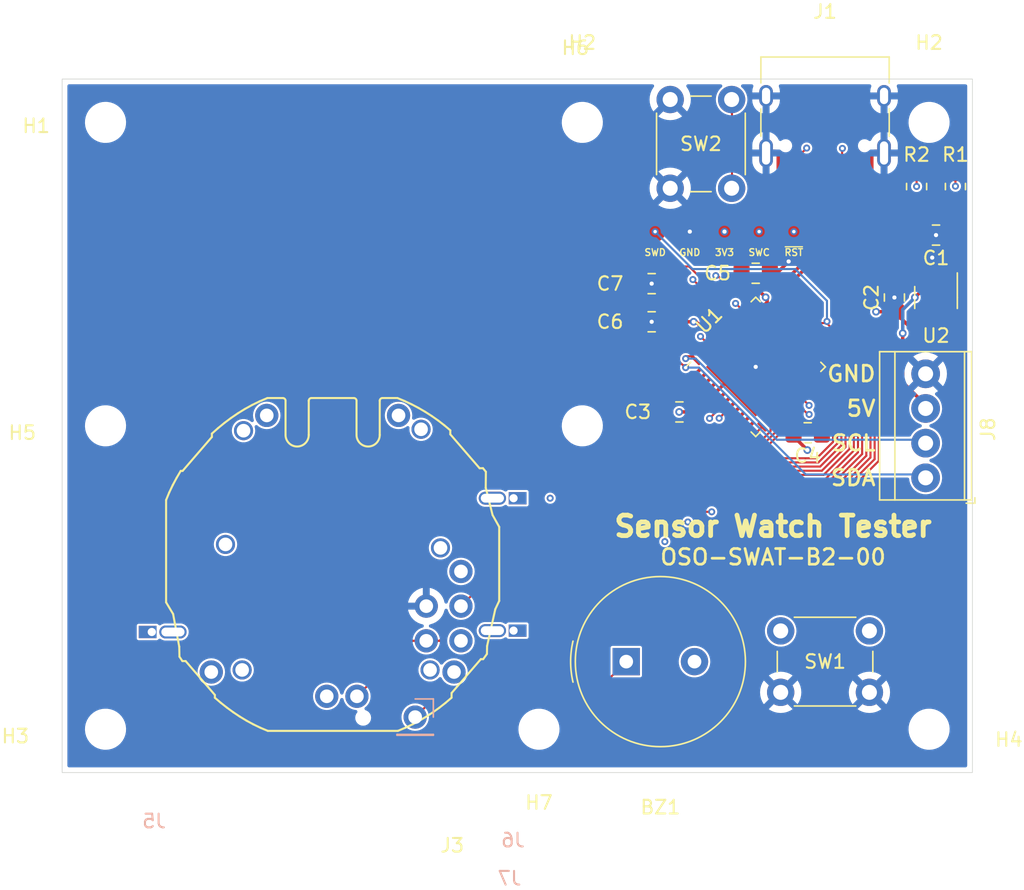
<source format=kicad_pcb>
(kicad_pcb (version 20211014) (generator pcbnew)
  (layers (0 "F.Cu" signal) (1 "In1.Cu" signal) (2 "In2.Cu" signal) (31 "B.Cu" signal) (34 "B.Paste" user) (35 "F.Paste" user) (36 "B.SilkS" user "B.Silkscreen") (37 "F.SilkS" user "F.Silkscreen") (38 "B.Mask" user) (39 "F.Mask" user) (44 "Edge.Cuts" user))
  (net 0 "")
  (net 1 "GND")
  (net 2 "/~{RESET}")
  (net 3 "/WATCH_SWDIO")
  (net 4 "/WATCH_SWCLK")
  (net 5 "/SEG23")
  (net 6 "/SEG22")
  (net 7 "/SEG21")
  (net 8 "/SEG20")
  (net 9 "/SEG19")
  (net 10 "/SEG18")
  (net 11 "/COM0")
  (net 12 "/COM1")
  (net 13 "/COM2")
  (net 14 "/SEG17")
  (net 15 "/SEG16")
  (net 16 "/SEG15")
  (net 17 "/SEG14")
  (net 18 "/SEG13")
  (net 19 "/SEG12")
  (net 20 "/SEG11")
  (net 21 "/SEG10")
  (net 22 "/SEG9")
  (net 23 "/SEG8")
  (net 24 "/SEG7")
  (net 25 "/SEG6")
  (net 26 "/SEG5")
  (net 27 "/SEG4")
  (net 28 "/SEG3")
  (net 29 "/SEG2")
  (net 30 "/SEG1")
  (net 31 "/SEG0")
  (net 32 "/ALARM")
  (net 33 "/BUZZER")
  (net 34 "/LIGHT")
  (net 35 "/MODE")
  (net 36 "/~{WATCH_RESET}")
  (net 37 "/SDA")
  (net 38 "/SCL")
  (net 39 "/B1")
  (net 40 "/USB-")
  (net 41 "/USB+")
  (net 42 "+3.3V")
  (net 43 "VBUS")
  (net 45 "/CC1")
  (net 47 "/CC2")
  (net 49 "/VDDCORE")
  (net 50 "/WATCH_VBUS")
  (footprint "MountingHole:MountingHole_2.7mm_M2.5" (layer "F.Cu") (at 38.1 25.4)
    (fp_text reference "H6")
    (fp_text value "MountingHole")
  )
  (footprint "Package_TO_SOT_SMD:SOT-23-5" (layer "F.Cu") (at 64.008 16.002 -90)
    (fp_text reference "U2")
    (fp_text value "AP2112K-3.3")
  )
  (footprint "Capacitor_SMD:C_0805_2012Metric_Pad1.18x1.45mm_HandSolder" (layer "F.Cu") (at 45.212 24.384)
    (fp_text reference "C3")
    (fp_text value "1uF")
  )
  (footprint "Capacitor_SMD:C_0805_2012Metric_Pad1.18x1.45mm_HandSolder" (layer "F.Cu") (at 43.18 14.986)
    (fp_text reference "C7")
    (fp_text value "1uF")
  )
  (footprint "Button_Switch_THT:SW_PUSH_6mm" (layer "F.Cu") (at 44.5368 7.9998 90)
    (fp_text reference "SW2")
    (fp_text value "SW_Push")
  )
  (footprint "Connector_PinHeader_2.54mm:PinHeader_1x01_P2.54mm_Vertical" (layer "F.Cu") (at 14.986 24.638)
    (fp_text reference "J13" hide)
    (fp_text value "Conn_01x01_Male" hide)
  )
  (footprint "Connector_PinHeader_2.54mm:PinHeader_1x03_P2.54mm_Vertical" (layer "F.Cu") (at 29.21 41.148 180)
    (fp_text reference "J3")
    (fp_text value "Conn_01x03_Male")
  )
  (footprint "Connector_PinHeader_2.54mm:PinHeader_1x01_P2.54mm_Vertical" (layer "F.Cu") (at 21.59 45.212)
    (fp_text reference "J15" hide)
    (fp_text value "Conn_01x01_Male" hide)
  )
  (footprint "MountingHole:MountingHole_2.7mm_M2.5" (layer "F.Cu") (at 3.175 3.175)
    (fp_text reference "H1")
    (fp_text value "MountingHole")
  )
  (footprint "MountingHole:MountingHole_2.7mm_M2.5" (layer "F.Cu") (at 38.1 3.175)
    (fp_text reference "H2")
    (fp_text value "MountingHole")
  )
  (footprint "Capacitor_SMD:C_0805_2012Metric_Pad1.18x1.45mm_HandSolder" (layer "F.Cu") (at 43.18 17.78)
    (fp_text reference "C6")
    (fp_text value "1uF")
  )
  (footprint "Resistor_SMD:R_0805_2012Metric_Pad1.20x1.40mm_HandSolder" (layer "F.Cu") (at 65.4304 7.874 -90)
    (fp_text reference "R1")
    (fp_text value "5.1k")
  )
  (footprint "Buzzer_Beeper:Buzzer_TDK_PS1240P02BT_D12.2mm_H6.5mm" (layer "F.Cu") (at 41.317216 42.672)
    (fp_text reference "BZ1")
    (fp_text value "Buzzer")
  )
  (footprint "Connector_PinHeader_2.54mm:PinHeader_1x01_P2.54mm_Vertical" (layer "F.Cu") (at 10.922 43.434)
    (fp_text reference "J10" hide)
    (fp_text value "Conn_01x01_Male" hide)
  )
  (footprint "Connector_PinHeader_2.54mm:PinHeader_1x01_P2.54mm_Vertical" (layer "F.Cu") (at 24.638 24.638)
    (fp_text reference "J12" hide)
    (fp_text value "Conn_01x01_Male" hide)
  )
  (footprint "TerminalBlock_TE-Connectivity:TerminalBlock_TE_282834-4_1x04_P2.54mm_Horizontal" (layer "F.Cu") (at 63.246 29.21 90)
    (fp_text reference "J8")
    (fp_text value "Conn_01x04")
  )
  (footprint "Connector_PinHeader_2.54mm:PinHeader_1x01_P2.54mm_Vertical" (layer "F.Cu") (at 28.702 43.434)
    (fp_text reference "J11" hide)
    (fp_text value "Conn_01x01_Male" hide)
  )
  (footprint "Capacitor_SMD:C_0805_2012Metric_Pad1.18x1.45mm_HandSolder" (layer "F.Cu") (at 54.61 25.908 180)
    (fp_text reference "C4")
    (fp_text value "1uF")
  )
  (footprint "Connector_USB:USB_C_Receptacle_HRO_TYPE-C-31-M-12" (layer "F.Cu") (at 55.88 2.286 180)
    (fp_text reference "J1")
    (fp_text value "USB_C_Receptacle_USB2.0")
  )
  (footprint "Capacitor_SMD:C_0805_2012Metric_Pad1.18x1.45mm_HandSolder" (layer "F.Cu") (at 50.8 14.224 180)
    (fp_text reference "C5")
    (fp_text value "1uF")
  )
  (footprint "Connector_PinHeader_2.54mm:PinHeader_1x02_P2.54mm_Vertical" (layer "F.Cu") (at 26.67 41.148 180)
    (fp_text reference "J16" hide)
    (fp_text value "Conn_01x02_Male" hide)
  )
  (footprint "MountingHole:MountingHole_2.7mm_M2.5" (layer "F.Cu") (at 63.5 3.175)
    (fp_text reference "H2")
    (fp_text value "MountingHole")
  )
  (footprint "Connector_PinHeader_2.54mm:PinHeader_1x01_P2.54mm_Vertical" (layer "F.Cu") (at 19.3802 45.212)
    (fp_text reference "J14" hide)
    (fp_text value "Conn_01x01_Male" hide)
  )
  (footprint "Resistor_SMD:R_0805_2012Metric_Pad1.20x1.40mm_HandSolder" (layer "F.Cu") (at 62.5856 7.874 -90)
    (fp_text reference "R2")
    (fp_text value "5.1k")
  )
  (footprint "Button_Switch_THT:SW_PUSH_6mm" (layer "F.Cu") (at 59.13 44.922 180)
    (fp_text reference "SW1")
    (fp_text value "SW_Push")
  )
  (footprint "MountingHole:MountingHole_2.7mm_M2.5" (layer "F.Cu") (at 34.925 47.625)
    (fp_text reference "H7")
    (fp_text value "MountingHole")
  )
  (footprint "MountingHole:MountingHole_2.7mm_M2.5" (layer "F.Cu") (at 3.175 25.4)
    (fp_text reference "H5")
    (fp_text value "MountingHole")
  )
  (footprint "Package_DFN_QFN:QFN-48-1EP_7x7mm_P0.5mm_EP5.15x5.15mm" (layer "F.Cu") (at 50.8 21.082 45)
    (fp_text reference "U1")
    (fp_text value "ATSAMD21G18A-M")
  )
  (footprint "Capacitor_SMD:C_0805_2012Metric_Pad1.18x1.45mm_HandSolder" (layer "F.Cu") (at 60.96 16.002 -90)
    (fp_text reference "C2")
    (fp_text value "10uF")
  )
  (footprint "MountingHole:MountingHole_2.7mm_M2.5" (layer "F.Cu") (at 3.175 47.625)
    (fp_text reference "H3")
    (fp_text value "MountingHole")
  )
  (footprint "MountingHole:MountingHole_2.7mm_M2.5" (layer "F.Cu") (at 63.5 47.625)
    (fp_text reference "H4")
    (fp_text value "MountingHole")
  )
  (footprint "Capacitor_SMD:C_0805_2012Metric_Pad1.18x1.45mm_HandSolder" (layer "F.Cu") (at 64.008 11.43 180)
    (fp_text reference "C1")
    (fp_text value "10uF")
  )
  (footprint "OSO-SWD:OSO_SWD_Linear" (layer "F.Cu") (at 48.514 11.176)
    (fp_text reference "J9" hide)
    (fp_text value "OSO_SWD")
  )
  (footprint "FlexyPin:FlexyPin_1x01_P2.54mm" (layer "B.Cu") (at 33.063316 30.702085 180)
    (fp_text reference "J7")
    (fp_text value "Conn_01x01_Male")
  )
  (footprint "Connector_PinHeader_2.54mm:PinHeader_1x01_P2.54mm_Vertical" (layer "B.Cu") (at 25.8572 46.736 180)
    (fp_text reference "J4" hide)
    (fp_text value "Conn_01x01_Male" hide)
  )
  (footprint "FlexyPin:FlexyPin_1x01_P2.54mm" (layer "B.Cu") (at 33.063316 40.402085 180)
    (fp_text reference "J6")
    (fp_text value "Conn_01x01_Male")
  )
  (footprint "OSO-SWAT-A1-05:CASIO-F91W-LCD" (layer "B.Cu") (at 19.812 35.56 180)
    (fp_text reference "LCD1" hide)
    (fp_text value "CASIO_LCD")
  )
  (footprint "FlexyPin:FlexyPin_1x01_P2.54mm" (layer "B.Cu") (at 6.563316 40.502085)
    (fp_text reference "J5")
    (fp_text value "Conn_01x01_Male")
  )
  (gr_rect locked (start 0 0) (end 66.675 50.8) (layer "Edge.Cuts") (width 0.05) (fill none))
  (gr_text "SCL" (at 59.69 26.67) (layer "F.SilkS") (effects (font (size 1.15 1.15) (thickness 0.2)) (justify right)))
  (gr_text "5V" (at 59.69 24.13) (layer "F.SilkS") (effects (font (size 1.15 1.15) (thickness 0.2)) (justify right)))
  (gr_text "Sensor Watch Tester" (at 52.07 32.766) (layer "F.SilkS") (effects (font (size 1.5 1.5) (thickness 0.35))))
  (gr_text "SDA" (at 59.69 29.21) (layer "F.SilkS") (effects (font (size 1.15 1.15) (thickness 0.2)) (justify right)))
  (gr_text "OSO-SWAT-B2-00" (at 52.07 35.016) (layer "F.SilkS") (effects (font (size 1.15 1.15) (thickness 0.2))))
  (gr_text "GND" (at 59.69 21.59) (layer "F.SilkS") (effects (font (size 1.15 1.15) (thickness 0.2)) (justify right)))
  (segment (start 65.4304 8.874) (end 64.008 10.2964) (width 0.254) (layer "F.Cu") (net 1))
  (segment (start 52.0954 14.4819) (end 52.0954 16.604619) (width 0.25) (layer "F.Cu") (net 1))
  (segment (start 52.63 5.7162) (end 52.2224 5.3086) (width 0.3048) (layer "F.Cu") (net 1))
  (segment (start 42.1425 14.986) (end 43.18 14.986) (width 0.25) (layer "F.Cu") (net 1))
  (segment (start 64.008 14.8645) (end 64.008 13.3604) (width 0.25) (layer "F.Cu") (net 1))
  (segment (start 59.13 6.331) (end 59.13 5.6908) (width 0.3048) (layer "F.Cu") (net 1))
  (segment (start 55.6475 25.908) (end 55.272447 25.908) (width 0.254) (layer "F.Cu") (net 1))
  (segment (start 52.2224 5.3086) (end 51.6674 5.3086) (width 0.3048) (layer "F.Cu") (net 1))
  (segment (start 59.13 5.6908) (end 59.5122 5.3086) (width 0.3048) (layer "F.Cu") (net 1))
  (segment (start 45.1789 23.3796) (end 44.1745 24.384) (width 0.254) (layer "F.Cu") (net 1))
  (segment (start 42.1425 17.78) (end 43.18 17.78) (width 0.25) (layer "F.Cu") (net 1))
  (segment (start 50.8 20.728447) (end 50.8 21.082) (width 0.25) (layer "F.Cu") (net 1))
  (segment (start 51.6674 5.3086) (end 51.56 5.416) (width 0.3048) (layer "F.Cu") (net 1))
  (segment (start 47.441739 23.3796) (end 45.1789 23.3796) (width 0.254) (layer "F.Cu") (net 1))
  (segment (start 53.053903 23.689456) (end 50.8 21.435553) (width 0.254) (layer "F.Cu") (net 1))
  (segment (start 59.5122 5.3086) (end 60.0926 5.3086) (width 0.3048) (layer "F.Cu") (net 1))
  (segment (start 50.546 20.828) (end 50.546 18.154019) (width 0.25) (layer "F.Cu") (net 1))
  (segment (start 47.83899 22.982349) (end 47.441739 23.3796) (width 0.254) (layer "F.Cu") (net 1))
  (segment (start 51.8375 14.224) (end 52.3494 14.224) (width 0.25) (layer "F.Cu") (net 1))
  (segment (start 64.008 10.2964) (end 64.008 11.43) (width 0.254) (layer "F.Cu") (net 1))
  (segment (start 60.96 14.9645) (end 60.96 16.002) (width 0.3048) (layer "F.Cu") (net 1))
  (segment (start 60.0926 5.3086) (end 60.2 5.416) (width 0.3048) (layer "F.Cu") (net 1))
  (segment (start 49.739339 21.082) (end 47.83899 22.982349) (width 0.25) (layer "F.Cu") (net 1))
  (segment (start 48.546097 18.474544) (end 50.8 20.728447) (width 0.25) (layer "F.Cu") (net 1))
  (segment (start 52.0954 16.604619) (end 51.639689 17.06033) (width 0.25) (layer "F.Cu") (net 1))
  (segment (start 50.8 21.082) (end 50.546 20.828) (width 0.25) (layer "F.Cu") (net 1))
  (segment (start 62.5856 8.874) (end 64.008 10.2964) (width 0.254) (layer "F.Cu") (net 1))
  (segment (start 50.8 21.082) (end 49.739339 21.082) (width 0.25) (layer "F.Cu") (net 1))
  (segment (start 64.008 13.3604) (end 63.7286 13.081) (width 0.25) (layer "F.Cu") (net 1))
  (segment (start 65.0455 11.43) (end 64.008 11.43) (width 0.25) (layer "F.Cu") (net 1))
  (segment (start 50.546 18.154019) (end 51.639689 17.06033) (width 0.25) (layer "F.Cu") (net 1))
  (segment (start 52.3494 14.224) (end 53.213 13.3604) (width 0.25) (layer "F.Cu") (net 1))
  (segment (start 55.272447 25.908) (end 53.053903 23.689456) (width 0.254) (layer "F.Cu") (net 1))
  (segment (start 51.8375 14.224) (end 52.0954 14.4819) (width 0.25) (layer "F.Cu") (net 1))
  (segment (start 50.8 21.435553) (end 50.8 21.082) (width 0.254) (layer "F.Cu") (net 1))
  (segment (start 52.63 6.331) (end 52.63 5.7162) (width 0.3048) (layer "F.Cu") (net 1))
  (via (at 63.7286 13.081) (size 0.5588) (drill 0.3048) (layers "F.Cu" "B.Cu") (net 1))
  (via (at 50.8 21.082) (size 0.5588) (drill 0.3048) (layers "F.Cu" "B.Cu") (net 1))
  (via (at 53.213 13.3604) (size 0.5588) (drill 0.3048) (layers "F.Cu" "B.Cu") (net 1))
  (via (at 60.96 16.002) (size 0.5588) (drill 0.3048) (layers "F.Cu" "B.Cu") (net 1))
  (via (at 64.008 11.43) (size 0.5588) (drill 0.3048) (layers "F.Cu" "B.Cu") (net 1))
  (via (at 43.18 14.986) (size 0.5588) (drill 0.3048) (layers "F.Cu" "B.Cu") (net 1))
  (via (at 43.18 17.78) (size 0.5588) (drill 0.3048) (layers "F.Cu" "B.Cu") (net 1))
  (via (at 45.974 11.176) (size 0.5588) (drill 0.3048) (layers "F.Cu" "B.Cu") (net 1))
  (segment (start 49.0622 1.4998) (end 49.0622 7.9998) (width 0.1524) (layer "F.Cu") (net 2))
  (segment (start 49.253204 17.742124) (end 46.19744 14.68636) (width 0.1524) (layer "F.Cu") (net 2))
  (segment (start 49.253204 17.767437) (end 49.253204 17.742124) (width 0.1524) (layer "F.Cu") (net 2))
  (via (at 46.19744 14.68636) (size 0.508) (drill 0.254) (layers "F.Cu" "B.Cu") (net 2))
  (via (at 53.594 11.176) (size 0.508) (drill 0.254) (layers "F.Cu" "B.Cu") (net 2))
  (segment (start 28.9052 39.878) (end 29.845 39.878) (width 0.1524) (layer "F.Cu") (net 3))
  (segment (start 27.6352 41.148) (end 28.9052 39.878) (width 0.1524) (layer "F.Cu") (net 3))
  (segment (start 21.59 45.212) (end 25.654 41.148) (width 0.1524) (layer "F.Cu") (net 3))
  (segment (start 25.654 41.148) (end 26.67 41.148) (width 0.1524) (layer "F.Cu") (net 3))
  (segment (start 53.76101 22.982349) (end 53.786322 22.982349) (width 0.1524) (layer "F.Cu") (net 3))
  (segment (start 53.786322 22.982349) (end 54.708487 23.904514) (width 0.1524) (layer "F.Cu") (net 3))
  (segment (start 29.845 39.878) (end 37.28055 32.44245) (width 0.1524) (layer "F.Cu") (net 3))
  (segment (start 26.67 41.148) (end 27.6352 41.148) (width 0.1524) (layer "F.Cu") (net 3))
  (segment (start 37.28055 32.44245) (end 45.82825 32.44245) (width 0.1524) (layer "F.Cu") (net 3))
  (via (at 45.82825 32.44245) (size 0.508) (drill 0.254) (layers "F.Cu" "B.Cu") (net 3))
  (via (at 54.708487 23.904514) (size 0.508) (drill 0.254) (layers "F.Cu" "B.Cu") (net 3))
  (segment (start 36.118554 31.699446) (end 47.576994 31.699446) (width 0.1524) (layer "F.Cu") (net 4))
  (segment (start 29.21 38.608) (end 36.118554 31.699446) (width 0.1524) (layer "F.Cu") (net 4))
  (segment (start 54.635955 24.564402) (end 54.712744 24.564402) (width 0.1524) (layer "F.Cu") (net 4))
  (segment (start 53.407456 23.335903) (end 54.635955 24.564402) (width 0.1524) (layer "F.Cu") (net 4))
  (via (at 47.576994 31.699446) (size 0.508) (drill 0.254) (layers "F.Cu" "B.Cu") (net 4))
  (via (at 54.712744 24.564402) (size 0.508) (drill 0.254) (layers "F.Cu" "B.Cu") (net 4))
  (segment (start 33.411948 27.686) (end 36.854748 31.1288) (width 0.1524) (layer "F.Cu") (net 5))
  (segment (start 56.657615 31.1288) (end 59.8164 27.970015) (width 0.1524) (layer "F.Cu") (net 5))
  (segment (start 29.7942 27.686) (end 33.411948 27.686) (width 0.1524) (layer "F.Cu") (net 5))
  (segment (start 55.994996 17.874084) (end 52.947255 17.874084) (width 0.1524) (layer "F.Cu") (net 5))
  (segment (start 52.947255 17.874084) (end 52.700349 18.12099) (width 0.1524) (layer "F.Cu") (net 5))
  (segment (start 28.96 28.5202) (end 29.7942 27.686) (width 0.1524) (layer "F.Cu") (net 5))
  (segment (start 28.96 29.31) (end 28.96 28.5202) (width 0.1524) (layer "F.Cu") (net 5))
  (segment (start 59.8164 21.695488) (end 55.994996 17.874084) (width 0.1524) (layer "F.Cu") (net 5))
  (segment (start 56.020723 17.848357) (end 55.994996 17.874084) (width 0.1524) (layer "F.Cu") (net 5))
  (segment (start 56.020723 17.756717) (end 56.020723 17.848357) (width 0.1524) (layer "F.Cu") (net 5))
  (segment (start 36.854748 31.1288) (end 56.657615 31.1288) (width 0.1524) (layer "F.Cu") (net 5))
  (segment (start 59.8164 27.970015) (end 59.8164 21.695488) (width 0.1524) (layer "F.Cu") (net 5))
  (via (at 43.434 11.176) (size 0.508) (drill 0.254) (layers "F.Cu" "B.Cu") (net 5))
  (via (at 56.020723 17.756717) (size 0.508) (drill 0.254) (layers "F.Cu" "B.Cu") (net 5))
  (segment (start 46.175197 13.917197) (end 53.693597 13.917197) (width 0.1524) (layer "B.Cu") (net 5))
  (segment (start 53.693597 13.917197) (end 56.020723 16.244323) (width 0.1524) (layer "B.Cu") (net 5))
  (segment (start 43.434 11.176) (end 46.175197 13.917197) (width 0.1524) (layer "B.Cu") (net 5))
  (segment (start 56.020723 16.244323) (end 56.020723 17.756717) (width 0.1524) (layer "B.Cu") (net 5))
  (segment (start 59.5116 21.82174) (end 55.917497 18.227637) (width 0.1524) (layer "F.Cu") (net 6))
  (segment (start 59.5116 27.843763) (end 59.5116 21.82174) (width 0.1524) (layer "F.Cu") (net 6))
  (segment (start 56.531363 30.824) (end 59.5116 27.843763) (width 0.1524) (layer "F.Cu") (net 6))
  (segment (start 33.5382 27.3812) (end 36.981 30.824) (width 0.1524) (layer "F.Cu") (net 6))
  (segment (start 36.981 30.824) (end 56.531363 30.824) (width 0.1524) (layer "F.Cu") (net 6))
  (segment (start 53.30081 18.227637) (end 53.053903 18.474544) (width 0.1524) (layer "F.Cu") (net 6))
  (segment (start 28.254 29.31) (end 28.254 28.5404) (width 0.1524) (layer "F.Cu") (net 6))
  (segment (start 29.4132 27.3812) (end 33.5382 27.3812) (width 0.1524) (layer "F.Cu") (net 6))
  (segment (start 55.917497 18.227637) (end 53.30081 18.227637) (width 0.1524) (layer "F.Cu") (net 6))
  (segment (start 28.254 28.5404) (end 29.4132 27.3812) (width 0.1524) (layer "F.Cu") (net 6))
  (segment (start 59.2068 27.717511) (end 56.405111 30.5192) (width 0.1524) (layer "F.Cu") (net 7))
  (segment (start 55.839999 18.581191) (end 59.2068 21.947992) (width 0.1524) (layer "F.Cu") (net 7))
  (segment (start 56.405111 30.5192) (end 37.107252 30.5192) (width 0.1524) (layer "F.Cu") (net 7))
  (segment (start 37.107252 30.5192) (end 33.664452 27.0764) (width 0.1524) (layer "F.Cu") (net 7))
  (segment (start 28.9814 27.0764) (end 27.548 28.5098) (width 0.1524) (layer "F.Cu") (net 7))
  (segment (start 27.548 28.5098) (end 27.548 29.31) (width 0.1524) (layer "F.Cu") (net 7))
  (segment (start 53.407456 18.828097) (end 53.654362 18.581191) (width 0.1524) (layer "F.Cu") (net 7))
  (segment (start 53.654362 18.581191) (end 55.839999 18.581191) (width 0.1524) (layer "F.Cu") (net 7))
  (segment (start 59.2068 21.947992) (end 59.2068 27.717511) (width 0.1524) (layer "F.Cu") (net 7))
  (segment (start 33.664452 27.0764) (end 28.9814 27.0764) (width 0.1524) (layer "F.Cu") (net 7))
  (segment (start 37.233504 30.2144) (end 33.790704 26.7716) (width 0.1524) (layer "F.Cu") (net 8))
  (segment (start 28.56919 26.7716) (end 26.842 28.49879) (width 0.1524) (layer "F.Cu") (net 8))
  (segment (start 26.842 28.49879) (end 26.842 29.31) (width 0.1524) (layer "F.Cu") (net 8))
  (segment (start 58.902 22.074244) (end 58.902 27.591259) (width 0.1524) (layer "F.Cu") (net 8))
  (segment (start 54.045061 18.8976) (end 55.725356 18.8976) (width 0.1524) (layer "F.Cu") (net 8))
  (segment (start 58.902 27.591259) (end 56.278859 30.2144) (width 0.1524) (layer "F.Cu") (net 8))
  (segment (start 33.790704 26.7716) (end 28.56919 26.7716) (width 0.1524) (layer "F.Cu") (net 8))
  (segment (start 55.725356 18.8976) (end 58.902 22.074244) (width 0.1524) (layer "F.Cu") (net 8))
  (segment (start 53.76101 19.181651) (end 54.045061 18.8976) (width 0.1524) (layer "F.Cu") (net 8))
  (segment (start 56.278859 30.2144) (end 37.233504 30.2144) (width 0.1524) (layer "F.Cu") (net 8))
  (segment (start 56.152607 29.9096) (end 37.359756 29.9096) (width 0.1524) (layer "F.Cu") (net 9))
  (segment (start 54.371167 19.2786) (end 55.675304 19.2786) (width 0.1524) (layer "F.Cu") (net 9))
  (segment (start 55.675304 19.2786) (end 58.5972 22.200496) (width 0.1524) (layer "F.Cu") (net 9))
  (segment (start 26.136 28.6264) (end 26.136 29.31) (width 0.1524) (layer "F.Cu") (net 9))
  (segment (start 58.5972 27.465007) (end 56.152607 29.9096) (width 0.1524) (layer "F.Cu") (net 9))
  (segment (start 28.442938 26.4668) (end 26.664564 28.245174) (width 0.1524) (layer "F.Cu") (net 9))
  (segment (start 26.664564 28.245174) (end 26.517226 28.245174) (width 0.1524) (layer "F.Cu") (net 9))
  (segment (start 58.5972 22.200496) (end 58.5972 27.465007) (width 0.1524) (layer "F.Cu") (net 9))
  (segment (start 37.359756 29.9096) (end 33.916956 26.4668) (width 0.1524) (layer "F.Cu") (net 9))
  (segment (start 26.517226 28.245174) (end 26.136 28.6264) (width 0.1524) (layer "F.Cu") (net 9))
  (segment (start 33.916956 26.4668) (end 28.442938 26.4668) (width 0.1524) (layer "F.Cu") (net 9))
  (segment (start 54.114563 19.535204) (end 54.371167 19.2786) (width 0.1524) (layer "F.Cu") (net 9))
  (segment (start 55.549052 19.5834) (end 58.2924 22.326748) (width 0.1524) (layer "F.Cu") (net 10))
  (segment (start 58.2924 22.326748) (end 58.2924 27.338755) (width 0.1524) (layer "F.Cu") (net 10))
  (segment (start 26.022674 28.308674) (end 25.834326 28.308674) (width 0.1524) (layer "F.Cu") (net 10))
  (segment (start 56.026355 29.6048) (end 37.486008 29.6048) (width 0.1524) (layer "F.Cu") (net 10))
  (segment (start 28.316686 26.162) (end 26.538312 27.940374) (width 0.1524) (layer "F.Cu") (net 10))
  (segment (start 26.538312 27.940374) (end 26.390974 27.940374) (width 0.1524) (layer "F.Cu") (net 10))
  (segment (start 54.773473 19.5834) (end 55.549052 19.5834) (width 0.1524) (layer "F.Cu") (net 10))
  (segment (start 37.486008 29.6048) (end 34.043208 26.162) (width 0.1524) (layer "F.Cu") (net 10))
  (segment (start 58.2924 27.338755) (end 56.026355 29.6048) (width 0.1524) (layer "F.Cu") (net 10))
  (segment (start 26.390974 27.940374) (end 26.022674 28.308674) (width 0.1524) (layer "F.Cu") (net 10))
  (segment (start 34.043208 26.162) (end 28.316686 26.162) (width 0.1524) (layer "F.Cu") (net 10))
  (segment (start 54.468116 19.888757) (end 54.773473 19.5834) (width 0.1524) (layer "F.Cu") (net 10))
  (segment (start 25.43 28.713) (end 25.43 29.31) (width 0.1524) (layer "F.Cu") (net 10))
  (segment (start 25.834326 28.308674) (end 25.43 28.713) (width 0.1524) (layer "F.Cu") (net 10))
  (segment (start 25.708074 28.003874) (end 25.420874 28.291074) (width 0.1524) (layer "F.Cu") (net 11))
  (segment (start 55.530004 19.995404) (end 57.9876 22.453) (width 0.1524) (layer "F.Cu") (net 11))
  (segment (start 55.068577 19.995404) (end 55.530004 19.995404) (width 0.1524) (layer "F.Cu") (net 11))
  (segment (start 37.61226 29.3) (end 34.16946 25.8572) (width 0.1524) (layer "F.Cu") (net 11))
  (segment (start 57.9876 27.212503) (end 55.900103 29.3) (width 0.1524) (layer "F.Cu") (net 11))
  (segment (start 34.16946 25.8572) (end 28.190434 25.8572) (width 0.1524) (layer "F.Cu") (net 11))
  (segment (start 55.900103 29.3) (end 37.61226 29.3) (width 0.1524) (layer "F.Cu") (net 11))
  (segment (start 24.724 28.713) (end 24.724 29.31) (width 0.1524) (layer "F.Cu") (net 11))
  (segment (start 57.9876 22.453) (end 57.9876 27.212503) (width 0.1524) (layer "F.Cu") (net 11))
  (segment (start 26.41206 27.635574) (end 26.264722 27.635574) (width 0.1524) (layer "F.Cu") (net 11))
  (segment (start 25.145926 28.291074) (end 24.724 28.713) (width 0.1524) (layer "F.Cu") (net 11))
  (segment (start 25.420874 28.291074) (end 25.145926 28.291074) (width 0.1524) (layer "F.Cu") (net 11))
  (segment (start 54.82167 20.242311) (end 55.068577 19.995404) (width 0.1524) (layer "F.Cu") (net 11))
  (segment (start 28.190434 25.8572) (end 26.41206 27.635574) (width 0.1524) (layer "F.Cu") (net 11))
  (segment (start 25.896422 28.003874) (end 25.708074 28.003874) (width 0.1524) (layer "F.Cu") (net 11))
  (segment (start 26.264722 27.635574) (end 25.896422 28.003874) (width 0.1524) (layer "F.Cu") (net 11))
  (segment (start 25.559378 27.699074) (end 25.77017 27.699074) (width 0.1524) (layer "F.Cu") (net 12))
  (segment (start 25.019674 27.986274) (end 25.272178 27.986274) (width 0.1524) (layer "F.Cu") (net 12))
  (segment (start 26.13847 27.330774) (end 26.13847 27.329901) (width 0.1524) (layer "F.Cu") (net 12))
  (segment (start 24.018 28.713) (end 24.462726 28.268274) (width 0.1524) (layer "F.Cu") (net 12))
  (segment (start 26.13847 27.329901) (end 27.915971 25.5524) (width 0.1524) (layer "F.Cu") (net 12))
  (segment (start 57.6828 23.103441) (end 55.175223 20.595864) (width 0.1524) (layer "F.Cu") (net 12))
  (segment (start 25.272178 27.986274) (end 25.559378 27.699074) (width 0.1524) (layer "F.Cu") (net 12))
  (segment (start 57.6828 27.086251) (end 57.6828 23.103441) (width 0.1524) (layer "F.Cu") (net 12))
  (segment (start 25.77017 27.699074) (end 26.13847 27.330774) (width 0.1524) (layer "F.Cu") (net 12))
  (segment (start 37.738512 28.9952) (end 55.773851 28.9952) (width 0.1524) (layer "F.Cu") (net 12))
  (segment (start 34.295712 25.5524) (end 37.738512 28.9952) (width 0.1524) (layer "F.Cu") (net 12))
  (segment (start 24.737674 28.268274) (end 25.019674 27.986274) (width 0.1524) (layer "F.Cu") (net 12))
  (segment (start 24.018 29.31) (end 24.018 28.713) (width 0.1524) (layer "F.Cu") (net 12))
  (segment (start 55.773851 28.9952) (end 57.6828 27.086251) (width 0.1524) (layer "F.Cu") (net 12))
  (segment (start 24.462726 28.268274) (end 24.737674 28.268274) (width 0.1524) (layer "F.Cu") (net 12))
  (segment (start 27.915971 25.5524) (end 34.295712 25.5524) (width 0.1524) (layer "F.Cu") (net 12))
  (segment (start 24.191229 23.5594) (end 32.733764 23.5594) (width 0.1524) (layer "F.Cu") (net 13))
  (segment (start 23.312 29.31) (end 23.312 24.438629) (width 0.1524) (layer "F.Cu") (net 13))
  (segment (start 55.647599 28.6904) (end 57.378 26.959999) (width 0.1524) (layer "F.Cu") (net 13))
  (segment (start 23.312 24.438629) (end 24.191229 23.5594) (width 0.1524) (layer "F.Cu") (net 13))
  (segment (start 57.378 23.770913) (end 55.175223 21.568136) (width 0.1524) (layer "F.Cu") (net 13))
  (segment (start 57.378 26.959999) (end 57.378 23.770913) (width 0.1524) (layer "F.Cu") (net 13))
  (segment (start 32.733764 23.5594) (end 37.864764 28.6904) (width 0.1524) (layer "F.Cu") (net 13))
  (segment (start 37.864764 28.6904) (end 55.647599 28.6904) (width 0.1524) (layer "F.Cu") (net 13))
  (segment (start 54.82167 21.921689) (end 57.0732 24.173219) (width 0.1524) (layer "F.Cu") (net 14))
  (segment (start 32.860016 23.2546) (end 33.568208 23.962792) (width 0.1524) (layer "F.Cu") (net 14))
  (segment (start 37.991016 28.3856) (end 33.568208 23.962792) (width 0.1524) (layer "F.Cu") (net 14))
  (segment (start 22.606 29.31) (end 22.606 24.713577) (width 0.1524) (layer "F.Cu") (net 14))
  (segment (start 57.0732 24.173219) (end 57.0732 26.833747) (width 0.1524) (layer "F.Cu") (net 14))
  (segment (start 24.064977 23.2546) (end 32.860016 23.2546) (width 0.1524) (layer "F.Cu") (net 14))
  (segment (start 33.568208 23.962792) (end 32.911016 23.3056) (width 0.1524) (layer "F.Cu") (net 14))
  (segment (start 55.521347 28.3856) (end 37.991016 28.3856) (width 0.1524) (layer "F.Cu") (net 14))
  (segment (start 57.0732 26.833747) (end 55.521347 28.3856) (width 0.1524) (layer "F.Cu") (net 14))
  (segment (start 22.606 24.713577) (end 24.064977 23.2546) (width 0.1524) (layer "F.Cu") (net 14))
  (segment (start 55.395095 28.0808) (end 56.7684 26.707495) (width 0.1524) (layer "F.Cu") (net 15))
  (segment (start 21.9 24.988525) (end 23.938725 22.9498) (width 0.1524) (layer "F.Cu") (net 15))
  (segment (start 38.117268 28.0808) (end 55.395095 28.0808) (width 0.1524) (layer "F.Cu") (net 15))
  (segment (start 23.938725 22.9498) (end 32.986268 22.9498) (width 0.1524) (layer "F.Cu") (net 15))
  (segment (start 21.9 29.31) (end 21.9 24.988525) (width 0.1524) (layer "F.Cu") (net 15))
  (segment (start 56.7684 26.707495) (end 56.7684 24.575527) (width 0.1524) (layer "F.Cu") (net 15))
  (segment (start 32.986268 22.9498) (end 38.117268 28.0808) (width 0.1524) (layer "F.Cu") (net 15))
  (segment (start 56.7684 24.575527) (end 54.468116 22.275243) (width 0.1524) (layer "F.Cu") (net 15))
  (segment (start 21.194 25.263473) (end 23.812473 22.645) (width 0.1524) (layer "F.Cu") (net 16))
  (segment (start 56.4636 26.581243) (end 56.4636 24.977833) (width 0.1524) (layer "F.Cu") (net 16))
  (segment (start 23.812473 22.645) (end 33.11252 22.645) (width 0.1524) (layer "F.Cu") (net 16))
  (segment (start 55.268843 27.776) (end 56.4636 26.581243) (width 0.1524) (layer "F.Cu") (net 16))
  (segment (start 56.4636 24.977833) (end 54.114563 22.628796) (width 0.1524) (layer "F.Cu") (net 16))
  (segment (start 38.24352 27.776) (end 55.268843 27.776) (width 0.1524) (layer "F.Cu") (net 16))
  (segment (start 33.11252 22.645) (end 38.24352 27.776) (width 0.1524) (layer "F.Cu") (net 16))
  (segment (start 21.194 29.31) (end 21.194 25.263473) (width 0.1524) (layer "F.Cu") (net 16))
  (segment (start 37.509236 22.3402) (end 42.640236 27.4712) (width 0.1524) (layer "F.Cu") (net 17))
  (segment (start 20.488 29.31) (end 20.488 25.538421) (width 0.1524) (layer "F.Cu") (net 17))
  (segment (start 42.640236 27.4712) (end 51.076271 27.4712) (width 0.1524) (layer "F.Cu") (net 17))
  (segment (start 52.593703 25.953768) (end 52.593703 24.64347) (width 0.1524) (layer "F.Cu") (net 17))
  (segment (start 23.686221 22.3402) (end 37.509236 22.3402) (width 0.1524) (layer "F.Cu") (net 17))
  (segment (start 52.593703 24.64347) (end 52.346796 24.396563) (width 0.1524) (layer "F.Cu") (net 17))
  (segment (start 20.488 25.538421) (end 23.686221 22.3402) (width 0.1524) (layer "F.Cu") (net 17))
  (segment (start 51.076271 27.4712) (end 52.593703 25.953768) (width 0.1524) (layer "F.Cu") (net 17))
  (segment (start 50.950019 27.1664) (end 52.240149 25.87627) (width 0.1524) (layer "F.Cu") (net 18))
  (segment (start 42.766488 27.1664) (end 50.950019 27.1664) (width 0.1524) (layer "F.Cu") (net 18))
  (segment (start 19.782 26.986112) (end 20.1832 26.584912) (width 0.1524) (layer "F.Cu") (net 18))
  (segment (start 19.782 29.31) (end 19.782 26.986112) (width 0.1524) (layer "F.Cu") (net 18))
  (segment (start 20.1832 25.412169) (end 23.559969 22.0354) (width 0.1524) (layer "F.Cu") (net 18))
  (segment (start 52.240149 24.997022) (end 51.993243 24.750116) (width 0.1524) (layer "F.Cu") (net 18))
  (segment (start 37.635488 22.0354) (end 42.766488 27.1664) (width 0.1524) (layer "F.Cu") (net 18))
  (segment (start 20.1832 26.584912) (end 20.1832 25.412169) (width 0.1524) (layer "F.Cu") (net 18))
  (segment (start 23.559969 22.0354) (end 37.635488 22.0354) (width 0.1524) (layer "F.Cu") (net 18))
  (segment (start 52.240149 25.87627) (end 52.240149 24.997022) (width 0.1524) (layer "F.Cu") (net 18))
  (segment (start 37.76174 21.7306) (end 42.89274 26.8616) (width 0.1524) (layer "F.Cu") (net 19))
  (segment (start 51.886596 25.350577) (end 51.639689 25.10367) (width 0.1524) (layer "F.Cu") (net 19))
  (segment (start 42.89274 26.8616) (end 50.823767 26.8616) (width 0.1524) (layer "F.Cu") (net 19))
  (segment (start 50.823767 26.8616) (end 51.886596 25.798771) (width 0.1524) (layer "F.Cu") (net 19))
  (segment (start 19.076 29.31) (end 19.076 27.26106) (width 0.1524) (layer "F.Cu") (net 19))
  (segment (start 51.886596 25.798771) (end 51.886596 25.350577) (width 0.1524) (layer "F.Cu") (net 19))
  (segment (start 19.076 27.26106) (end 19.8784 26.45866) (width 0.1524) (layer "F.Cu") (net 19))
  (segment (start 19.8784 26.45866) (end 19.8784 25.285917) (width 0.1524) (layer "F.Cu") (net 19))
  (segment (start 23.433717 21.7306) (end 37.76174 21.7306) (width 0.1524) (layer "F.Cu") (net 19))
  (segment (start 19.8784 25.285917) (end 23.433717 21.7306) (width 0.1524) (layer "F.Cu") (net 19))
  (segment (start 18.37 29.31) (end 18.37 27.536008) (width 0.1524) (layer "F.Cu") (net 20))
  (segment (start 19.5736 25.159665) (end 23.307465 21.4258) (width 0.1524) (layer "F.Cu") (net 20))
  (segment (start 23.307465 21.4258) (end 37.887992 21.4258) (width 0.1524) (layer "F.Cu") (net 20))
  (segment (start 19.5736 26.332408) (end 19.5736 25.159665) (width 0.1524) (layer "F.Cu") (net 20))
  (segment (start 37.887992 21.4258) (end 43.018992 26.5568) (width 0.1524) (layer "F.Cu") (net 20))
  (segment (start 50.186559 26.5568) (end 51.286136 25.457223) (width 0.1524) (layer "F.Cu") (net 20))
  (segment (start 18.37 27.536008) (end 19.5736 26.332408) (width 0.1524) (layer "F.Cu") (net 20))
  (segment (start 43.018992 26.5568) (end 50.186559 26.5568) (width 0.1524) (layer "F.Cu") (net 20))
  (segment (start 43.145244 26.252) (end 49.519087 26.252) (width 0.1524) (layer "F.Cu") (net 21))
  (segment (start 17.664 29.31) (end 17.664 27.810956) (width 0.1524) (layer "F.Cu") (net 21))
  (segment (start 23.181213 21.121) (end 38.014244 21.121) (width 0.1524) (layer "F.Cu") (net 21))
  (segment (start 38.014244 21.121) (end 43.145244 26.252) (width 0.1524) (layer "F.Cu") (net 21))
  (segment (start 19.2688 26.206156) (end 19.2688 25.033413) (width 0.1524) (layer "F.Cu") (net 21))
  (segment (start 49.519087 26.252) (end 50.313864 25.457223) (width 0.1524) (layer "F.Cu") (net 21))
  (segment (start 19.2688 25.033413) (end 23.181213 21.121) (width 0.1524) (layer "F.Cu") (net 21))
  (segment (start 17.664 27.810956) (end 19.2688 26.206156) (width 0.1524) (layer "F.Cu") (net 21))
  (segment (start 23.054961 20.8162) (end 38.140496 20.8162) (width 0.1524) (layer "F.Cu") (net 22))
  (segment (start 18.964 24.907161) (end 23.054961 20.8162) (width 0.1524) (layer "F.Cu") (net 22))
  (segment (start 16.958 28.085904) (end 18.964 26.079904) (width 0.1524) (layer "F.Cu") (net 22))
  (segment (start 49.116781 25.9472) (end 49.960311 25.10367) (width 0.1524) (layer "F.Cu") (net 22))
  (segment (start 38.140496 20.8162) (end 43.271496 25.9472) (width 0.1524) (layer "F.Cu") (net 22))
  (segment (start 16.958 29.31) (end 16.958 28.085904) (width 0.1524) (layer "F.Cu") (net 22))
  (segment (start 43.271496 25.9472) (end 49.116781 25.9472) (width 0.1524) (layer "F.Cu") (net 22))
  (segment (start 18.964 26.079904) (end 18.964 24.907161) (width 0.1524) (layer "F.Cu") (net 22))
  (segment (start 16.252 29.31) (end 16.252 28.360852) (width 0.1524) (layer "F.Cu") (net 23))
  (segment (start 38.266748 20.5114) (end 43.397748 25.6424) (width 0.1524) (layer "F.Cu") (net 23))
  (segment (start 43.397748 25.6424) (end 48.714473 25.6424) (width 0.1524) (layer "F.Cu") (net 23))
  (segment (start 18.6592 24.780909) (end 22.928709 20.5114) (width 0.1524) (layer "F.Cu") (net 23))
  (segment (start 22.928709 20.5114) (end 38.266748 20.5114) (width 0.1524) (layer "F.Cu") (net 23))
  (segment (start 48.714473 25.6424) (end 49.606757 24.750116) (width 0.1524) (layer "F.Cu") (net 23))
  (segment (start 16.252 28.360852) (end 18.6592 25.953652) (width 0.1524) (layer "F.Cu") (net 23))
  (segment (start 18.6592 25.953652) (end 18.6592 24.780909) (width 0.1524) (layer "F.Cu") (net 23))
  (segment (start 48.312167 25.3376) (end 49.253204 24.396563) (width 0.1524) (layer "F.Cu") (net 24))
  (segment (start 18.3544 24.654657) (end 22.802457 20.2066) (width 0.1524) (layer "F.Cu") (net 24))
  (segment (start 43.524 25.3376) (end 48.312167 25.3376) (width 0.1524) (layer "F.Cu") (net 24))
  (segment (start 15.546 28.6358) (end 18.3544 25.8274) (width 0.1524) (layer "F.Cu") (net 24))
  (segment (start 15.546 29.31) (end 15.546 28.6358) (width 0.1524) (layer "F.Cu") (net 24))
  (segment (start 18.3544 25.8274) (end 18.3544 24.654657) (width 0.1524) (layer "F.Cu") (net 24))
  (segment (start 38.393 20.2066) (end 43.524 25.3376) (width 0.1524) (layer "F.Cu") (net 24))
  (segment (start 22.802457 20.2066) (end 38.393 20.2066) (width 0.1524) (layer "F.Cu") (net 24))
  (segment (start 41.493155 22.875703) (end 47.23853 22.875703) (width 0.1524) (layer "F.Cu") (net 25))
  (segment (start 47.23853 22.875703) (end 47.485437 22.628796) (width 0.1524) (layer "F.Cu") (net 25))
  (segment (start 15.614274 28.136474) (end 18.0496 25.701148) (width 0.1524) (layer "F.Cu") (net 25))
  (segment (start 15.339326 28.136474) (end 15.614274 28.136474) (width 0.1524) (layer "F.Cu") (net 25))
  (segment (start 14.84 29.31) (end 14.84 28.6358) (width 0.1524) (layer "F.Cu") (net 25))
  (segment (start 14.84 28.6358) (end 15.339326 28.136474) (width 0.1524) (layer "F.Cu") (net 25))
  (segment (start 18.0496 25.701148) (end 18.0496 24.528405) (width 0.1524) (layer "F.Cu") (net 25))
  (segment (start 38.519252 19.9018) (end 41.493155 22.875703) (width 0.1524) (layer "F.Cu") (net 25))
  (segment (start 18.0496 24.528405) (end 22.676205 19.9018) (width 0.1524) (layer "F.Cu") (net 25))
  (segment (start 22.676205 19.9018) (end 38.519252 19.9018) (width 0.1524) (layer "F.Cu") (net 25))
  (segment (start 14.4484 28.3214) (end 14.723348 28.3214) (width 0.1524) (layer "F.Cu") (net 26))
  (segment (start 22.549953 19.597) (end 38.645504 19.597) (width 0.1524) (layer "F.Cu") (net 26))
  (segment (start 41.603704 22.5552) (end 46.851927 22.5552) (width 0.1524) (layer "F.Cu") (net 26))
  (segment (start 46.851927 22.5552) (end 47.131884 22.275243) (width 0.1524) (layer "F.Cu") (net 26))
  (segment (start 15.607896 27.7118) (end 17.7448 25.574896) (width 0.1524) (layer "F.Cu") (net 26))
  (segment (start 14.134 29.31) (end 14.134 28.6358) (width 0.1524) (layer "F.Cu") (net 26))
  (segment (start 38.645504 19.597) (end 41.603704 22.5552) (width 0.1524) (layer "F.Cu") (net 26))
  (segment (start 14.134 28.6358) (end 14.4484 28.3214) (width 0.1524) (layer "F.Cu") (net 26))
  (segment (start 15.332948 27.7118) (end 15.607896 27.7118) (width 0.1524) (layer "F.Cu") (net 26))
  (segment (start 17.7448 24.402153) (end 22.549953 19.597) (width 0.1524) (layer "F.Cu") (net 26))
  (segment (start 17.7448 25.574896) (end 17.7448 24.402153) (width 0.1524) (layer "F.Cu") (net 26))
  (segment (start 14.723348 28.3214) (end 15.332948 27.7118) (width 0.1524) (layer "F.Cu") (net 26))
  (segment (start 22.423701 19.2922) (end 38.771756 19.2922) (width 0.1524) (layer "F.Cu") (net 27))
  (segment (start 46.531423 22.168596) (end 46.77833 21.921689) (width 0.1524) (layer "F.Cu") (net 27))
  (segment (start 15.481644 27.407) (end 17.44 25.448644) (width 0.1524) (layer "F.Cu") (net 27))
  (segment (start 17.44 24.275901) (end 22.423701 19.2922) (width 0.1524) (layer "F.Cu") (net 27))
  (segment (start 38.771756 19.2922) (end 41.648152 22.168596) (width 0.1524) (layer "F.Cu") (net 27))
  (segment (start 13.428 28.7614) (end 13.869926 28.319474) (width 0.1524) (layer "F.Cu") (net 27))
  (segment (start 14.597096 28.0166) (end 15.206696 27.407) (width 0.1524) (layer "F.Cu") (net 27))
  (segment (start 13.869926 28.319474) (end 14.019274 28.319474) (width 0.1524) (layer "F.Cu") (net 27))
  (segment (start 14.322148 28.0166) (end 14.597096 28.0166) (width 0.1524) (layer "F.Cu") (net 27))
  (segment (start 15.206696 27.407) (end 15.481644 27.407) (width 0.1524) (layer "F.Cu") (net 27))
  (segment (start 17.44 25.448644) (end 17.44 24.275901) (width 0.1524) (layer "F.Cu") (net 27))
  (segment (start 13.428 29.31) (end 13.428 28.7614) (width 0.1524) (layer "F.Cu") (net 27))
  (segment (start 41.648152 22.168596) (end 46.531423 22.168596) (width 0.1524) (layer "F.Cu") (net 27))
  (segment (start 14.019274 28.319474) (end 14.322148 28.0166) (width 0.1524) (layer "F.Cu") (net 27))
  (segment (start 41.774404 21.863796) (end 46.129117 21.863796) (width 0.1524) (layer "F.Cu") (net 28))
  (segment (start 15.355392 27.1022) (end 17.1352 25.322392) (width 0.1524) (layer "F.Cu") (net 28))
  (segment (start 14.4484 27.7118) (end 15.058 27.1022) (width 0.1524) (layer "F.Cu") (net 28))
  (segment (start 38.898008 18.9874) (end 41.774404 21.863796) (width 0.1524) (layer "F.Cu") (net 28))
  (segment (start 13.420326 28.014674) (end 13.893022 28.014674) (width 0.1524) (layer "F.Cu") (net 28))
  (segment (start 15.058 27.1022) (end 15.355392 27.1022) (width 0.1524) (layer "F.Cu") (net 28))
  (segment (start 17.1352 25.322392) (end 17.1352 24.149649) (width 0.1524) (layer "F.Cu") (net 28))
  (segment (start 17.1352 24.149649) (end 22.297449 18.9874) (width 0.1524) (layer "F.Cu") (net 28))
  (segment (start 46.129117 21.863796) (end 46.424777 21.568136) (width 0.1524) (layer "F.Cu") (net 28))
  (segment (start 22.297449 18.9874) (end 38.898008 18.9874) (width 0.1524) (layer "F.Cu") (net 28))
  (segment (start 12.722 29.31) (end 12.722 28.713) (width 0.1524) (layer "F.Cu") (net 28))
  (segment (start 13.893022 28.014674) (end 14.195896 27.7118) (width 0.1524) (layer "F.Cu") (net 28))
  (segment (start 12.722 28.713) (end 13.420326 28.014674) (width 0.1524) (layer "F.Cu") (net 28))
  (segment (start 14.195896 27.7118) (end 14.4484 27.7118) (width 0.1524) (layer "F.Cu") (net 28))
  (segment (start 46.801128 19.558) (end 47.131884 19.888757) (width 0.1524) (layer "F.Cu") (net 29))
  (segment (start 12.831174 28.172774) (end 13.294074 27.709874) (width 0.1524) (layer "F.Cu") (net 29))
  (segment (start 14.931748 26.7974) (end 15.22914 26.7974) (width 0.1524) (layer "F.Cu") (net 29))
  (segment (start 16.8304 25.19614) (end 16.8304 24.023397) (width 0.1524) (layer "F.Cu") (net 29))
  (segment (start 12.016 29.31) (end 12.016 28.713) (width 0.1524) (layer "F.Cu") (net 29))
  (segment (start 13.76677 27.709874) (end 14.069644 27.407) (width 0.1524) (layer "F.Cu") (net 29))
  (segment (start 15.22914 26.7974) (end 16.8304 25.19614) (width 0.1524) (layer "F.Cu") (net 29))
  (segment (start 14.069644 27.407) (end 14.322148 27.407) (width 0.1524) (layer "F.Cu") (net 29))
  (segment (start 22.171197 18.6826) (end 39.02426 18.6826) (width 0.1524) (layer "F.Cu") (net 29))
  (segment (start 14.322148 27.407) (end 14.931748 26.7974) (width 0.1524) (layer "F.Cu") (net 29))
  (segment (start 13.294074 27.709874) (end 13.76677 27.709874) (width 0.1524) (layer "F.Cu") (net 29))
  (segment (start 12.556226 28.172774) (end 12.831174 28.172774) (width 0.1524) (layer "F.Cu") (net 29))
  (segment (start 39.02426 18.6826) (end 39.89966 19.558) (width 0.1524) (layer "F.Cu") (net 29))
  (segment (start 12.016 28.713) (end 12.556226 28.172774) (width 0.1524) (layer "F.Cu") (net 29))
  (segment (start 16.8304 24.023397) (end 22.171197 18.6826) (width 0.1524) (layer "F.Cu") (net 29))
  (segment (start 39.89966 19.558) (end 46.801128 19.558) (width 0.1524) (layer "F.Cu") (net 29))
  (segment (start 37.261357 18.3778) (end 41.606757 14.0324) (width 0.1524) (layer "F.Cu") (net 30))
  (segment (start 16.5256 23.897145) (end 22.044945 18.3778) (width 0.1524) (layer "F.Cu") (net 30))
  (segment (start 22.044945 18.3778) (end 37.261357 18.3778) (width 0.1524) (layer "F.Cu") (net 30))
  (segment (start 12.429974 27.867974) (end 12.682478 27.867974) (width 0.1524) (layer "F.Cu") (net 30))
  (segment (start 12.682478 27.867974) (end 13.145378 27.405074) (width 0.1524) (layer "F.Cu") (net 30))
  (segment (start 13.145378 27.405074) (end 13.640518 27.405074) (width 0.1524) (layer "F.Cu") (net 30))
  (segment (start 14.805496 26.4926) (end 15.102888 26.4926) (width 0.1524) (layer "F.Cu") (net 30))
  (segment (start 44.811061 14.0324) (end 48.899651 18.12099) (width 0.1524) (layer "F.Cu") (net 30))
  (segment (start 13.943392 27.1022) (end 14.195896 27.1022) (width 0.1524) (layer "F.Cu") (net 30))
  (segment (start 11.31 28.713) (end 11.771426 28.251574) (width 0.1524) (layer "F.Cu") (net 30))
  (segment (start 13.640518 27.405074) (end 13.943392 27.1022) (width 0.1524) (layer "F.Cu") (net 30))
  (segment (start 11.771426 28.251574) (end 12.046374 28.251574) (width 0.1524) (layer "F.Cu") (net 30))
  (segment (start 16.5256 25.069888) (end 16.5256 23.897145) (width 0.1524) (layer "F.Cu") (net 30))
  (segment (start 14.195896 27.1022) (end 14.805496 26.4926) (width 0.1524) (layer "F.Cu") (net 30))
  (segment (start 15.102888 26.4926) (end 16.5256 25.069888) (width 0.1524) (layer "F.Cu") (net 30))
  (segment (start 41.606757 14.0324) (end 44.811061 14.0324) (width 0.1524) (layer "F.Cu") (net 30))
  (segment (start 12.046374 28.251574) (end 12.429974 27.867974) (width 0.1524) (layer "F.Cu") (net 30))
  (segment (start 11.31 29.31) (end 11.31 28.713) (width 0.1524) (layer "F.Cu") (net 30))
  (segment (start 14.069644 26.7974) (end 13.81714 26.7974) (width 0.1524) (layer "F.Cu") (net 31))
  (segment (start 41.480505 13.7276) (end 37.135106 18.073) (width 0.1524) (layer "F.Cu") (net 31))
  (segment (start 12.5476 27.563174) (end 12.281278 27.563174) (width 0.1524) (layer "F.Cu") (net 31))
  (segment (start 11.645174 27.946774) (end 11.375874 28.216074) (width 0.1524) (layer "F.Cu") (net 31))
  (segment (start 45.920473 13.7276) (end 41.480505 13.7276) (width 0.1524) (layer "F.Cu") (net 31))
  (segment (start 12.281278 27.563174) (end 11.897678 27.946774) (width 0.1524) (layer "F.Cu") (net 31))
  (segment (start 16.2208 24.943636) (end 14.976636 26.1878) (width 0.1524) (layer "F.Cu") (net 31))
  (segment (start 37.135106 18.073) (end 21.918693 18.073) (width 0.1524) (layer "F.Cu") (net 31))
  (segment (start 21.918693 18.073) (end 16.2208 23.770893) (width 0.1524) (layer "F.Cu") (net 31))
  (segment (start 49.606757 17.413884) (end 45.920473 13.7276) (width 0.1524) (layer "F.Cu") (net 31))
  (segment (start 13.81714 26.7974) (end 13.514266 27.100274) (width 0.1524) (layer "F.Cu") (net 31))
  (segment (start 13.0105 27.100274) (end 12.5476 27.563174) (width 0.1524) (layer "F.Cu") (net 31))
  (segment (start 11.897678 27.946774) (end 11.645174 27.946774) (width 0.1524) (layer "F.Cu") (net 31))
  (segment (start 10.604 28.713) (end 10.604 29.31) (width 0.1524) (layer "F.Cu") (net 31))
  (segment (start 11.375874 28.216074) (end 11.100926 28.216074) (width 0.1524) (layer "F.Cu") (net 31))
  (segment (start 14.976636 26.1878) (end 14.679244 26.1878) (width 0.1524) (layer "F.Cu") (net 31))
  (segment (start 11.100926 28.216074) (end 10.604 28.713) (width 0.1524) (layer "F.Cu") (net 31))
  (segment (start 16.2208 23.770893) (end 16.2208 24.943636) (width 0.1524) (layer "F.Cu") (net 31))
  (segment (start 14.679244 26.1878) (end 14.069644 26.7974) (width 0.1524) (layer "F.Cu") (net 31))
  (segment (start 13.514266 27.100274) (end 13.0105 27.100274) (width 0.1524) (layer "F.Cu") (net 31))
  (segment (start 47.876997 14.399797) (end 48.006884 14.399797) (width 0.1524) (layer "F.Cu") (net 32))
  (segment (start 48.006884 14.399797) (end 50.313864 16.706777) (width 0.1524) (layer "F.Cu") (net 32))
  (via (at 47.876997 14.399797) (size 0.508) (drill 0.254) (layers "F.Cu" "B.Cu") (net 32))
  (segment (start 26.7072 45.886) (end 38.103216 45.886) (width 0.1524) (layer "F.Cu") (net 33))
  (segment (start 38.103216 45.886) (end 41.317216 42.672) (width 0.1524) (layer "F.Cu") (net 33))
  (segment (start 25.8572 46.736) (end 26.7072 45.886) (width 0.1524) (layer "F.Cu") (net 33))
  (segment (start 48.546097 23.731203) (end 47.4218 24.8555) (width 0.1524) (layer "F.Cu") (net 34))
  (segment (start 48.546097 23.689456) (end 48.546097 23.731203) (width 0.1524) (layer "F.Cu") (net 34))
  (via (at 35.745277 30.701123) (size 0.508) (drill 0.254) (layers "F.Cu" "B.Cu") (net 34))
  (via (at 47.4218 24.8555) (size 0.508) (drill 0.254) (layers "F.Cu" "B.Cu") (net 34))
  (segment (start 49.3268 16.4338) (end 49.333781 16.4338) (width 0.1524) (layer "F.Cu") (net 35))
  (segment (start 49.333781 16.4338) (end 49.960311 17.06033) (width 0.1524) (layer "F.Cu") (net 35))
  (via (at 49.3268 16.4338) (size 0.508) (drill 0.254) (layers "F.Cu" "B.Cu") (net 35))
  (segment (start 48.899651 24.04301) (end 48.899651 24.068323) (width 0.1524) (layer "F.Cu") (net 36))
  (segment (start 48.899651 24.068323) (end 48.122737 24.845237) (width 0.1524) (layer "F.Cu") (net 36))
  (via (at 48.122737 24.845237) (size 0.508) (drill 0.254) (layers "F.Cu" "B.Cu") (net 36))
  (segment (start 45.1866 20.677404) (end 45.1866 20.277604) (width 0.1524) (layer "F.Cu") (net 37))
  (segment (start 45.846503 20.960104) (end 45.4693 20.960104) (width 0.1524) (layer "F.Cu") (net 37))
  (segment (start 45.6692 21.137407) (end 45.846503 20.960104) (width 0.1524) (layer "F.Cu") (net 37))
  (segment (start 45.1866 20.277604) (end 45.4693 19.994904) (width 0.1524) (layer "F.Cu") (net 37))
  (segment (start 45.4693 19.994904) (end 46.530923 19.994904) (width 0.1524) (layer "F.Cu") (net 37))
  (segment (start 46.530923 19.994904) (end 46.77833 20.242311) (width 0.1524) (layer "F.Cu") (net 37))
  (segment (start 45.4693 20.960104) (end 45.1866 20.677404) (width 0.1524) (layer "F.Cu") (net 37))
  (via (at 45.6692 21.137407) (size 0.508) (drill 0.254) (layers "F.Cu" "B.Cu") (net 37))
  (segment (start 45.6692 21.137407) (end 46.639755 21.137407) (width 0.1524) (layer "B.Cu") (net 37))
  (segment (start 46.639755 21.137407) (end 54.463348 28.961) (width 0.1524) (layer "B.Cu") (net 37))
  (segment (start 54.463348 28.961) (end 63.246 28.961) (width 0.1524) (layer "B.Cu") (net 37))
  (segment (start 46.424777 20.595864) (end 46.424777 20.592977) (width 0.1524) (layer "F.Cu") (net 38))
  (segment (start 46.424777 20.592977) (end 46.132004 20.300204) (width 0.1524) (layer "F.Cu") (net 38))
  (segment (start 46.132004 20.300204) (end 45.6692 20.300204) (width 0.1524) (layer "F.Cu") (net 38))
  (segment (start 45.6692 20.300204) (end 45.6692 20.477504) (width 0.1524) (layer "F.Cu") (net 38))
  (via (at 45.6692 20.477504) (size 0.508) (drill 0.254) (layers "F.Cu" "B.Cu") (net 38))
  (segment (start 63.246 26.421) (end 52.3544 26.421) (width 0.1524) (layer "B.Cu") (net 38))
  (segment (start 52.3544 26.421) (end 46.410904 20.477504) (width 0.1524) (layer "B.Cu") (net 38))
  (segment (start 46.410904 20.477504) (end 45.6692 20.477504) (width 0.1524) (layer "B.Cu") (net 38))
  (segment (start 47.438908 19.535204) (end 46.755952 18.852248) (width 0.1524) (layer "F.Cu") (net 39))
  (segment (start 47.485437 19.535204) (end 47.438908 19.535204) (width 0.1524) (layer "F.Cu") (net 39))
  (via (at 46.755952 18.852248) (size 0.508) (drill 0.254) (layers "F.Cu" "B.Cu") (net 39))
  (via (at 51.054 11.176) (size 0.508) (drill 0.254) (layers "F.Cu" "B.Cu") (net 39))
  (via (at 44.1452 33.8836) (size 0.508) (drill 0.254) (layers "F.Cu" "B.Cu") (net 39))
  (segment (start 56.63 6.331) (end 56.63 7.306) (width 0.25) (layer "F.Cu") (net 40))
  (segment (start 56.63 7.306) (end 55.63 8.306) (width 0.25) (layer "F.Cu") (net 40))
  (segment (start 55.63 8.306) (end 55.63 8.5558) (width 0.25) (layer "F.Cu") (net 40))
  (segment (start 53.336 14.97488) (end 53.336001 16.778232) (width 0.25) (layer "F.Cu") (net 40))
  (segment (start 55.63 6.331) (end 55.63 8.5558) (width 0.25) (layer "F.Cu") (net 40))
  (segment (start 55.63 12.68088) (end 53.336 14.97488) (width 0.25) (layer "F.Cu") (net 40))
  (segment (start 53.336001 16.778232) (end 52.346796 17.767437) (width 0.25) (layer "F.Cu") (net 40))
  (segment (start 55.63 8.5558) (end 55.63 12.68088) (width 0.25) (layer "F.Cu") (net 40))
  (segment (start 56.13 5.4012) (end 56.13 6.331) (width 0.25) (layer "F.Cu") (net 41))
  (segment (start 55.13 6.331) (end 55.13 12.6118) (width 0.25) (layer "F.Cu") (net 41))
  (segment (start 55.13 12.6118) (end 52.9336 14.8082) (width 0.25) (layer "F.Cu") (net 41))
  (segment (start 52.9336 16.473527) (end 51.993243 17.413884) (width 0.25) (layer "F.Cu") (net 41))
  (segment (start 55.13 6.331) (end 55.13 5.4012) (width 0.25) (layer "F.Cu") (net 41))
  (segment (start 52.9336 14.8082) (end 52.9336 16.473527) (width 0.25) (layer "F.Cu") (net 41))
  (segment (start 55.3496 5.1816) (end 55.9104 5.1816) (width 0.25) (layer "F.Cu") (net 41))
  (segment (start 55.9104 5.1816) (end 56.13 5.4012) (width 0.25) (layer "F.Cu") (net 41))
  (segment (start 55.13 5.4012) (end 55.3496 5.1816) (width 0.25) (layer "F.Cu") (net 41))
  (segment (start 45.1933 24.384) (end 46.2495 24.384) (width 0.254) (layer "F.Cu") (net 42))
  (segment (start 62.0019 18.0814) (end 64.3924 18.0814) (width 0.254) (layer "F.Cu") (net 42))
  (segment (start 46.437339 17.78) (end 46.2534 17.78) (width 0.254) (layer "F.Cu") (net 42))
  (segment (start 47.83899 19.181651) (end 46.437339 17.78) (width 0.254) (layer "F.Cu") (net 42))
  (segment (start 51.6382 16.0997) (end 51.52585 15.98735) (width 0.254) (layer "F.Cu") (net 42))
  (segment (start 59.6177 17.0395) (end 59.6138 17.0434) (width 0.254) (layer "F.Cu") (net 42))
  (segment (start 53.5725 26.1659) (end 54.5846 27.178) (width 0.254) (layer "F.Cu") (net 42))
  (segment (start 64.3924 18.0814) (end 64.9478 17.526) (width 0.254) (layer "F.Cu") (net 42))
  (segment (start 44.2175 17.78) (end 46.2534 17.78) (width 0.254) (layer "F.Cu") (net 42))
  (segment (start 64.9478 17.526) (end 64.9478 17.1497) (width 0.254) (layer "F.Cu") (net 42))
  (segment (start 46.2495 24.384) (end 47.144447 24.384) (width 0.254) (layer "F.Cu") (net 42))
  (segment (start 49.7625 14.224) (end 51.52585 15.98735) (width 0.254) (layer "F.Cu") (net 42))
  (segment (start 60.96 17.0395) (end 62.0019 18.0814) (width 0.254) (layer "F.Cu") (net 42))
  (segment (start 64.9478 17.1497) (end 64.958 17.1395) (width 0.254) (layer "F.Cu") (net 42))
  (segment (start 53.5725 25.908) (end 53.5725 26.1659) (width 0.254) (layer "F.Cu") (net 42))
  (segment (start 47.144447 24.384) (end 48.192544 23.335903) (width 0.254) (layer "F.Cu") (net 42))
  (segment (start 51.286136 16.706777) (end 51.289023 16.706777) (width 0.254) (layer "F.Cu") (net 42))
  (segment (start 60.96 17.0395) (end 59.6177 17.0395) (width 0.254) (layer "F.Cu") (net 42))
  (segment (start 53.5725 24.8959) (end 53.5725 25.908) (width 0.254) (layer "F.Cu") (net 42))
  (segment (start 52.700349 24.04301) (end 52.71961 24.04301) (width 0.254) (layer "F.Cu") (net 42))
  (segment (start 52.71961 24.04301) (end 53.5725 24.8959) (width 0.254) (layer "F.Cu") (net 42))
  (segment (start 51.289023 16.706777) (end 51.6382 16.3576) (width 0.254) (layer "F.Cu") (net 42))
  (segment (start 51.6382 16.3576) (end 51.6382 16.0997) (width 0.254) (layer "F.Cu") (net 42))
  (via (at 59.6138 17.0434) (size 0.5588) (drill 0.3048) (layers "F.Cu" "B.Cu") (net 42))
  (via (at 54.5846 27.178) (size 0.5588) (drill 0.3048) (layers "F.Cu" "B.Cu") (net 42))
  (via (at 45.1933 24.384) (size 0.5588) (drill 0.3048) (layers "F.Cu" "B.Cu") (net 42))
  (via (at 46.2534 17.78) (size 0.5588) (drill 0.3048) (layers "F.Cu" "B.Cu") (net 42))
  (via (at 51.52585 15.98735) (size 0.5588) (drill 0.3048) (layers "F.Cu" "B.Cu") (net 42))
  (via (at 48.514 11.176) (size 0.5588) (drill 0.3048) (layers "F.Cu" "B.Cu") (net 42))
  (segment (start 63.246 23.881) (end 61.5696 22.2046) (width 0.254) (layer "F.Cu") (net 43))
  (segment (start 58.33 7.306) (end 62.454 11.43) (width 0.25) (layer "F.Cu") (net 43))
  (segment (start 63.058 15.4026) (end 62.4586 16.002) (width 0.25) (layer "F.Cu") (net 43))
  (segment (start 62.9705 14.777) (end 63.058 14.8645) (width 0.25) (layer "F.Cu") (net 43))
  (segment (start 64.958 14.8645) (end 64.958 13.4214) (width 0.25) (layer "F.Cu") (net 43))
  (segment (start 58.33 5.297924) (end 58.33 6.331) (width 0.25) (layer "F.Cu") (net 43))
  (segment (start 57.328675 4.296599) (end 58.33 5.297924) (width 0.25) (layer "F.Cu") (net 43))
  (segment (start 63.058 14.8645) (end 63.058 15.4026) (width 0.25) (layer "F.Cu") (net 43))
  (segment (start 62.454 11.43) (end 62.9705 11.43) (width 0.25) (layer "F.Cu") (net 43))
  (segment (start 64.958 13.4214) (end 62.9705 11.4339) (width 0.25) (layer "F.Cu") (net 43))
  (segment (start 53.43 6.331) (end 53.43 5.356) (width 0.25) (layer "F.Cu") (net 43))
  (segment (start 61.5696 22.2046) (end 61.5696 18.6182) (width 0.254) (layer "F.Cu") (net 43))
  (segment (start 62.9705 11.4339) (end 62.9705 11.43) (width 0.25) (layer "F.Cu") (net 43))
  (segment (start 53.43 5.356) (end 54.489401 4.296599) (width 0.25) (layer "F.Cu") (net 43))
  (segment (start 54.489401 4.296599) (end 57.328675 4.296599) (width 0.25) (layer "F.Cu") (net 43))
  (segment (start 58.33 6.331) (end 58.33 7.306) (width 0.25) (layer "F.Cu") (net 43))
  (segment (start 62.9705 11.43) (end 62.9705 14.777) (width 0.25) (layer "F.Cu") (net 43))
  (via (at 61.5696 18.6182) (size 0.5588) (drill 0.3048) (layers "F.Cu" "B.Cu") (net 43))
  (via (at 62.4586 16.002) (size 0.5588) (drill 0.3048) (layers "F.Cu" "B.Cu") (net 43))
  (segment (start 61.5696 18.6182) (end 61.5696 16.891) (width 0.254) (layer "B.Cu") (net 43))
  (segment (start 61.5696 16.891) (end 62.4586 16.002) (width 0.254) (layer "B.Cu") (net 43))
  (segment (start 62.5856 6.874) (end 62.5856 7.8681) (width 0.1524) (layer "F.Cu") (net 45))
  (segment (start 57.13 6.331) (end 57.13 5.1) (width 0.1524) (layer "F.Cu") (net 45))
  (segment (start 57.13 5.1) (end 57.15 5.08) (width 0.1524) (layer "F.Cu") (net 45))
  (via (at 57.15 5.08) (size 0.508) (drill 0.254) (layers "F.Cu" "B.Cu") (net 45))
  (via (at 62.5856 7.8681) (size 0.508) (drill 0.254) (layers "F.Cu" "B.Cu") (net 45))
  (segment (start 54.13 6.331) (end 54.13 5.4584) (width 0.1524) (layer "F.Cu") (net 47))
  (segment (start 65.4304 7.8486) (end 65.4304 6.874) (width 0.1524) (layer "F.Cu") (net 47))
  (segment (start 54.13 5.4584) (end 54.5338 5.0546) (width 0.1524) (layer "F.Cu") (net 47))
  (via (at 65.4304 7.8486) (size 0.508) (drill 0.254) (layers "F.Cu" "B.Cu") (net 47))
  (via (at 54.5338 5.0546) (size 0.508) (drill 0.254) (layers "F.Cu" "B.Cu") (net 47))
  (segment (start 48.192544 18.828097) (end 44.350448 14.986) (width 0.254) (layer "F.Cu") (net 49))
  (segment (start 44.350448 14.986) (end 44.2175 14.986) (width 0.254) (layer "F.Cu") (net 49))
  (zone (net 1) (net_name "GND") (layers "In1.Cu" "B.Cu") (name "GND") (connect_pads (clearance 0)) (min_thickness 0.254) (fill yes (thermal_gap 0.508) (thermal_bridge_width 0.508))
    (polygon (pts (xy 66.675 50.8) (xy 0 50.8) (xy 0 0) (xy 66.675 0)))
  )
)
</source>
